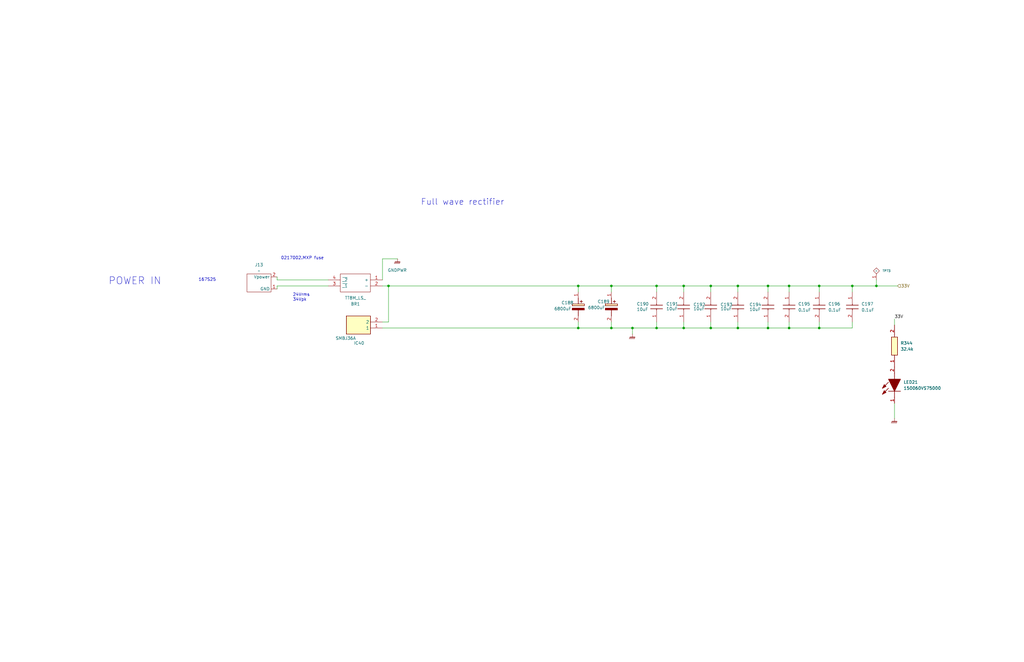
<source format=kicad_sch>
(kicad_sch (version 20231120) (generator "eeschema") (generator_version "8.0")
  (paper "B")
  (title_block (title "Audio System") (date "2025-02-06") (rev "P1") (company "Wolfe Engineering"))
  (lib_symbols
    (symbol "1 Audio Amp:150060VS75000" (pin_names hide)
      (property "Reference" "LED" (at 12.7 8.89 0))
      (property "Value" "150060VS75000" (at 12.7 6.35 0))
      (symbol "150060VS75000_1_1"
        (polyline (pts (xy 2.54 0) (xy 5.08 0)) (stroke (width 0.254)))
        (polyline (pts (xy 5.08 2.54) (xy 5.08 -2.54)) (stroke (width 0.254)))
        (polyline (pts (xy 6.35 2.54) (xy 3.81 5.08)) (stroke (width 0.254)))
        (polyline (pts (xy 8.89 2.54) (xy 6.35 5.08)) (stroke (width 0.254)))
        (polyline (pts (xy 10.16 0) (xy 12.7 0)) (stroke (width 0.254)))
        (polyline (pts (xy 5.08 0) (xy 10.16 2.54) (xy 10.16 -2.54) (xy 5.08 0)) (stroke (width 0.254)) (fill (type outline)))
        (polyline (pts (xy 5.334 4.318) (xy 4.572 3.556) (xy 3.81 5.08) (xy 5.334 4.318)) (stroke (width 0.254)) (fill (type outline)))
        (polyline (pts (xy 7.874 4.318) (xy 7.112 3.556) (xy 6.35 5.08) (xy 7.874 4.318)) (stroke (width 0.254)) (fill (type outline)))
        (pin passive line (at 0 0 0) (length 2.54) (name "K") (number "1"))
        (pin passive line (at 15.24 0 180) (length 2.54) (name "A") (number "2"))
      )
    )
    (symbol "1 Audio Amp:RC0603FR-0732K4L" (pin_names hide)
      (property "Reference" "R" (at 13.97 6.35 0))
      (property "Value" "RC0603FR-0732K4L" (at 13.97 3.81 0))
      (symbol "RC0603FR-0732K4L_1_1"
        (rectangle (start 5.08 1.27) (end 12.7 -1.27) (stroke (width 0.254)) (fill (type background)))
        (pin passive line (at 0 0 0) (length 5.08) (name "1") (number "1"))
        (pin passive line (at 17.78 0 180) (length 5.08) (name "2") (number "2"))
      )
    )
    (symbol "1 Audio Amp:power_wires"
      (property "Reference" "J" (at 0 0 0))
      (symbol "power_wires_0_1"
        (rectangle (start -5.08 3.81) (end 5.08 -3.81))
      )
      (symbol "power_wires_1_1"
        (pin input line (at -7.62 2.54 0) (length 2.54) (name "GND") (number "1"))
        (pin input line (at -7.62 -2.54 0) (length 2.54) (name "Vpower") (number "2"))
      )
    )
    (symbol "Audio System:C0603C104M5RACTU" (pin_names hide)
      (property "Reference" "C" (at 8.89 6.35 0))
      (property "Value" "C0603C104M5RACTU" (at 8.89 3.81 0))
      (symbol "C0603C104M5RACTU_1_1"
        (polyline (pts (xy 5.08 0) (xy 5.588 0)) (stroke (width 0.254)))
        (polyline (pts (xy 5.588 2.54) (xy 5.588 -2.54)) (stroke (width 0.254)))
        (polyline (pts (xy 7.112 0) (xy 7.62 0)) (stroke (width 0.254)))
        (polyline (pts (xy 7.112 2.54) (xy 7.112 -2.54)) (stroke (width 0.254)))
        (pin passive line (at 0 0 0) (length 5.08) (name "1") (number "1"))
        (pin passive line (at 12.7 0 180) (length 5.08) (name "2") (number "2"))
      )
    )
    (symbol "Audio System:CL31A106MBHNNNE" (pin_names hide)
      (property "Reference" "C" (at 8.89 6.35 0))
      (property "Value" "CL31A106MBHNNNE" (at 8.89 3.81 0))
      (symbol "CL31A106MBHNNNE_1_1"
        (polyline (pts (xy 5.08 0) (xy 5.588 0)) (stroke (width 0.254)))
        (polyline (pts (xy 5.588 2.54) (xy 5.588 -2.54)) (stroke (width 0.254)))
        (polyline (pts (xy 7.112 0) (xy 7.62 0)) (stroke (width 0.254)))
        (polyline (pts (xy 7.112 2.54) (xy 7.112 -2.54)) (stroke (width 0.254)))
        (pin passive line (at 0 0 0) (length 5.08) (name "1") (number "1"))
        (pin passive line (at 12.7 0 180) (length 5.08) (name "2") (number "2"))
      )
    )
    (symbol "Audio System:SLPX682M050C7P3" (pin_names hide)
      (property "Reference" "C" (at 8.89 6.35 0))
      (property "Value" "SLPX682M050C7P3" (at 8.89 3.81 0))
      (symbol "SLPX682M050C7P3_1_1"
        (polyline (pts (xy 2.54 0) (xy 5.08 0)) (stroke (width 0.254)))
        (polyline (pts (xy 4.064 1.778) (xy 4.064 0.762)) (stroke (width 0.254)))
        (polyline (pts (xy 4.572 1.27) (xy 3.556 1.27)) (stroke (width 0.254)))
        (polyline (pts (xy 7.62 0) (xy 10.16 0)) (stroke (width 0.254)))
        (polyline (pts (xy 7.62 2.54) (xy 7.62 -2.54) (xy 6.858 -2.54) (xy 6.858 2.54) (xy 7.62 2.54)) (stroke (width 0.254)) (fill (type outline)))
        (rectangle (start 5.08 2.54) (end 5.842 -2.54) (stroke (width 0.254)) (fill (type background)))
        (pin passive line (at 0 0 0) (length 2.54) (name "+") (number "1"))
        (pin passive line (at 12.7 0 180) (length 2.54) (name "-") (number "2"))
      )
    )
    (symbol "Audio System:SMBJ36A"
      (property "Reference" "IC" (at 16.51 7.62 0))
      (property "Value" "SMBJ36A" (at 16.51 5.08 0))
      (symbol "SMBJ36A_1_1"
        (rectangle (start 5.08 2.54) (end 15.24 -5.08) (stroke (width 0.254)) (fill (type background)))
        (pin passive line (at 0 0 0) (length 5.08) (name "1") (number "1"))
        (pin passive line (at 0 -2.54 0) (length 5.08) (name "2") (number "2"))
      )
    )
    (symbol "Audio System:TP"
      (property "Reference" "TP" (at 2.54 -1.27 0))
      (symbol "TP_0_1"
        (polyline (pts (xy 0 -1.27) (xy 1.27 0) (xy 0 1.27) (xy -1.27 0) (xy 0 -1.27)))
      )
      (symbol "TP_1_1"
        (pin input line (at 0 -3.81 90) (length 2.54) (name "") (number "1"))
      )
    )
    (symbol "GNDPWR_2" (power) (pin_names (offset 0))
      (property "Value" "GNDPWR" (at 0 -3.302 0))
      (symbol "GNDPWR_2_0_1"
        (polyline (pts (xy 0 -1.27) (xy 0 0)))
        (polyline (pts (xy -1.016 -1.27) (xy -1.27 -2.032) (xy -1.27 -2.032)) (stroke (width 0.2032)))
        (polyline (pts (xy -0.508 -1.27) (xy -0.762 -2.032) (xy -0.762 -2.032)) (stroke (width 0.2032)))
        (polyline (pts (xy 0 -1.27) (xy -0.254 -2.032) (xy -0.254 -2.032)) (stroke (width 0.2032)))
        (polyline (pts (xy 0.508 -1.27) (xy 0.254 -2.032) (xy 0.254 -2.032)) (stroke (width 0.2032)))
        (polyline (pts (xy 1.016 -1.27) (xy -1.016 -1.27) (xy -1.016 -1.27)) (stroke (width 0.2032)))
        (polyline (pts (xy 1.016 -1.27) (xy 0.762 -2.032) (xy 0.762 -2.032) (xy 0.762 -2.032)) (stroke (width 0.2032)))
      )
      (symbol "GNDPWR_2_1_1"
        (pin power_in line (at 0 0 270) (length 0) hide (name "GNDPWR") (number "1"))
      )
    )
    (symbol "GNDPWR_3" (power) (pin_names (offset 0))
      (property "Value" "GNDPWR" (at 0 -3.302 0))
      (symbol "GNDPWR_3_0_1"
        (polyline (pts (xy 0 -1.27) (xy 0 0)))
        (polyline (pts (xy -1.016 -1.27) (xy -1.27 -2.032) (xy -1.27 -2.032)) (stroke (width 0.2032)))
        (polyline (pts (xy -0.508 -1.27) (xy -0.762 -2.032) (xy -0.762 -2.032)) (stroke (width 0.2032)))
        (polyline (pts (xy 0 -1.27) (xy -0.254 -2.032) (xy -0.254 -2.032)) (stroke (width 0.2032)))
        (polyline (pts (xy 0.508 -1.27) (xy 0.254 -2.032) (xy 0.254 -2.032)) (stroke (width 0.2032)))
        (polyline (pts (xy 1.016 -1.27) (xy -1.016 -1.27) (xy -1.016 -1.27)) (stroke (width 0.2032)))
        (polyline (pts (xy 1.016 -1.27) (xy 0.762 -2.032) (xy 0.762 -2.032) (xy 0.762 -2.032)) (stroke (width 0.2032)))
      )
      (symbol "GNDPWR_3_1_1"
        (pin power_in line (at 0 0 270) (length 0) hide (name "GNDPWR") (number "1"))
      )
    )
    (symbol "SamacSys_Parts:TT8M_LS_" (pin_names (offset 0.762))
      (property "Reference" "BR" (at 19.05 7.62 0))
      (property "Value" "TT8M_LS_" (at 19.05 5.08 0))
      (symbol "TT8M_LS__0_0"
        (pin passive line (at 0 0 0) (length 5.08) (name "+") (number "1"))
        (pin passive line (at 0 -2.54 0) (length 5.08) (name "-") (number "2"))
        (pin passive line (at 22.86 -2.54 180) (length 5.08) (name "~{_1}") (number "3"))
        (pin passive line (at 22.86 0 180) (length 5.08) (name "~{_2}") (number "4"))
      )
      (symbol "TT8M_LS__0_1"
        (polyline (pts (xy 5.08 2.54) (xy 17.78 2.54) (xy 17.78 -5.08) (xy 5.08 -5.08) (xy 5.08 2.54)) (stroke (width 0.1524)))
      )
    )
  )
  (junction (at 299.72 120.65))
  (junction (at 266.7 138.43))
  (junction (at 369.57 120.65))
  (junction (at 332.74 120.65))
  (junction (at 311.15 138.43))
  (junction (at 288.29 120.65))
  (junction (at 276.86 138.43))
  (junction (at 288.29 138.43))
  (junction (at 243.84 138.43))
  (junction (at 276.86 120.65))
  (junction (at 163.83 120.65))
  (junction (at 311.15 120.65))
  (junction (at 323.85 138.43))
  (junction (at 257.81 120.65))
  (junction (at 299.72 138.43))
  (junction (at 257.81 138.43))
  (junction (at 345.44 120.65))
  (junction (at 345.44 138.43))
  (junction (at 332.74 138.43))
  (junction (at 359.41 120.65))
  (junction (at 323.85 120.65))
  (junction (at 243.84 120.65))
  (wire (pts (xy 276.86 120.65) (xy 276.86 123.19)))
  (wire (pts (xy 288.29 120.65) (xy 299.72 120.65)))
  (wire (pts (xy 323.85 138.43) (xy 332.74 138.43)))
  (wire (pts (xy 323.85 120.65) (xy 332.74 120.65)))
  (wire (pts (xy 116.84 120.65) (xy 138.43 120.65)))
  (wire (pts (xy 116.84 118.11) (xy 138.43 118.11)))
  (wire (pts (xy 323.85 135.89) (xy 323.85 138.43)))
  (wire (pts (xy 369.57 118.11) (xy 369.57 120.65)))
  (wire (pts (xy 257.81 138.43) (xy 266.7 138.43)))
  (wire (pts (xy 369.57 120.65) (xy 378.46 120.65)))
  (wire (pts (xy 257.81 120.65) (xy 276.86 120.65)))
  (wire (pts (xy 332.74 138.43) (xy 345.44 138.43)))
  (wire (pts (xy 359.41 135.89) (xy 359.41 138.43)))
  (wire (pts (xy 257.81 135.89) (xy 257.81 138.43)))
  (wire (pts (xy 288.29 135.89) (xy 288.29 138.43)))
  (wire (pts (xy 332.74 120.65) (xy 332.74 123.19)))
  (wire (pts (xy 288.29 120.65) (xy 288.29 123.19)))
  (wire (pts (xy 243.84 120.65) (xy 257.81 120.65)))
  (wire (pts (xy 161.29 120.65) (xy 163.83 120.65)))
  (wire (pts (xy 359.41 120.65) (xy 369.57 120.65)))
  (wire (pts (xy 243.84 138.43) (xy 257.81 138.43)))
  (wire (pts (xy 311.15 120.65) (xy 323.85 120.65)))
  (wire (pts (xy 299.72 120.65) (xy 311.15 120.65)))
  (wire (pts (xy 276.86 138.43) (xy 288.29 138.43)))
  (wire (pts (xy 116.84 120.65) (xy 116.84 121.92)))
  (wire (pts (xy 345.44 138.43) (xy 359.41 138.43)))
  (wire (pts (xy 311.15 135.89) (xy 311.15 138.43)))
  (wire (pts (xy 276.86 120.65) (xy 288.29 120.65)))
  (wire (pts (xy 377.19 134.62) (xy 377.19 137.16)))
  (wire (pts (xy 345.44 120.65) (xy 345.44 123.19)))
  (wire (pts (xy 377.19 170.18) (xy 377.19 176.53)))
  (wire (pts (xy 299.72 135.89) (xy 299.72 138.43)))
  (wire (pts (xy 266.7 138.43) (xy 266.7 140.97)))
  (wire (pts (xy 299.72 138.43) (xy 311.15 138.43)))
  (wire (pts (xy 266.7 138.43) (xy 276.86 138.43)))
  (wire (pts (xy 359.41 120.65) (xy 359.41 123.19)))
  (wire (pts (xy 345.44 120.65) (xy 359.41 120.65)))
  (wire (pts (xy 311.15 138.43) (xy 323.85 138.43)))
  (wire (pts (xy 243.84 123.19) (xy 243.84 120.65)))
  (wire (pts (xy 299.72 120.65) (xy 299.72 123.19)))
  (wire (pts (xy 243.84 135.89) (xy 243.84 138.43)))
  (wire (pts (xy 332.74 120.65) (xy 345.44 120.65)))
  (wire (pts (xy 332.74 135.89) (xy 332.74 138.43)))
  (wire (pts (xy 161.29 138.43) (xy 243.84 138.43)))
  (wire (pts (xy 116.84 118.11) (xy 116.84 116.84)))
  (wire (pts (xy 345.44 135.89) (xy 345.44 138.43)))
  (wire (pts (xy 161.29 135.89) (xy 163.83 135.89)))
  (wire (pts (xy 323.85 123.19) (xy 323.85 120.65)))
  (wire (pts (xy 161.29 109.22) (xy 167.64 109.22)))
  (wire (pts (xy 161.29 109.22) (xy 161.29 118.11)))
  (wire (pts (xy 311.15 120.65) (xy 311.15 123.19)))
  (wire (pts (xy 163.83 120.65) (xy 243.84 120.65)))
  (wire (pts (xy 276.86 135.89) (xy 276.86 138.43)))
  (wire (pts (xy 257.81 120.65) (xy 257.81 123.19)))
  (wire (pts (xy 288.29 138.43) (xy 299.72 138.43)))
  (wire (pts (xy 163.83 120.65) (xy 163.83 135.89)))
  (text "24Vrms\n34Vpk\n" (at 123.444 127.254 0) (effects (font (size 1.27 1.27)) (justify left bottom)))
  (text "0217002.MXP fuse\n" (at 127.508 108.966 0) (effects (font (size 1.27 1.27))))
  (text "167S25" (at 87.376 118.11 0) (effects (font (size 1.27 1.27))))
  (text "POWER IN" (at 45.72 120.396 0) (effects (font (size 3 3)) (justify left bottom)))
  (text "Full wave rectifier" (at 195.072 85.344 0) (effects (font (size 2.54 2.54))))
  (label "33V" (at 377.19 134.62 0))
  (hierarchical_label "33V" (shape input) (at 378.46 120.65 0))
  (symbol (lib_name "GNDPWR_2") (lib_id "power:GNDPWR") (at 167.64 109.22 0) (unit 1)
    (property "Reference" "#PWR0238" (effects (hide yes)))
    (property "Value" "GNDPWR" (at 167.513 114.046 0))
  )
  (symbol (lib_name "GNDPWR_3") (lib_id "power:GNDPWR") (at 377.19 176.53 0) (unit 1)
    (property "Reference" "#PWR043" (effects (hide yes)))
    (property "Value" "GNDPWR" (effects (hide yes)))
  )
  (symbol (lib_id "Audio System:C0603C104M5RACTU") (at 345.44 123.19 270) (unit 1)
    (property "Reference" "C196" (at 349.25 128.27 90) (effects (justify left)))
    (property "Value" "0.1uF" (at 349.25 130.81 90) (effects (justify left)))
    (property "Footprint" "1 Audio Amp:C0603" (effects (hide yes)))
    (property "Datasheet" "https://content.kemet.com/datasheets/KEM_C1002_X7R_SMD.pdf" (effects (hide yes)))
    (property "Height" "0.87" (effects (hide yes)))
    (property "Manufacturer_Name" "KEMET" (effects (hide yes)))
    (property "Manufacturer_Part_Number" "C0603C104M5RACTU" (effects (hide yes)))
    (property "Mouser Part Number" "80-C0603C104M5R" (effects (hide yes)))
    (property "Mouser Price/Stock" "https://www.mouser.co.uk/ProductDetail/KEMET/C0603C104M5RACTU?qs=YkRtRX%252BfoqJT%252B0m410IP4A%3D%3D" (effects (hide yes)))
    (property "Arrow Part Number" "C0603C104M5RACTU" (effects (hide yes)))
    (property "Arrow Price/Stock" "https://www.arrow.com/en/products/c0603c104m5ractu/kemet-corporation?utm_currency=USD&region=nac" (effects (hide yes)))
  )
  (symbol (lib_id "Audio System:CL31A106MBHNNNE") (at 276.86 135.89 90) (unit 1)
    (property "Reference" "C190" (at 268.478 128.27 90) (effects (justify right)))
    (property "Value" "10uF" (at 268.478 130.556 90) (effects (justify right)))
    (property "Footprint" "1 Audio Amp:CAPC3216X180N" (effects (hide yes)))
    (property "Datasheet" "https://media.digikey.com/pdf/Data%20Sheets/Samsung%20PDFs/CL_Series_MLCC_ds.pdf" (effects (hide yes)))
    (property "Height" "1.8" (effects (hide yes)))
    (property "Manufacturer_Name" "SAMSUNG" (effects (hide yes)))
    (property "Manufacturer_Part_Number" "CL31A106MBHNNNE" (effects (hide yes)))
    (property "Mouser Part Number" "187-CL31A106MBHNNNE" (effects (hide yes)))
    (property "Mouser Price/Stock" "https://www.mouser.co.uk/ProductDetail/Samsung-Electro-Mechanics/CL31A106MBHNNNE?qs=vLWxofP3U2ynwxdpGjlUyw%3D%3D" (effects (hide yes)))
    (property "Arrow Part Number" "CL31A106MBHNNNE" (effects (hide yes)))
    (property "Arrow Price/Stock" "https://www.arrow.com/en/products/cl31a106mbhnnne/samsung-electro-mechanics?region=nac" (effects (hide yes)))
  )
  (symbol (lib_id "Audio System:CL31A106MBHNNNE") (at 299.72 135.89 90) (unit 1)
    (property "Reference" "C192" (at 292.354 128.524 90) (effects (justify right)))
    (property "Value" "10uF" (at 292.354 130.302 90) (effects (justify right)))
    (property "Footprint" "1 Audio Amp:CAPC3216X180N" (effects (hide yes)))
    (property "Datasheet" "https://media.digikey.com/pdf/Data%20Sheets/Samsung%20PDFs/CL_Series_MLCC_ds.pdf" (effects (hide yes)))
    (property "Height" "1.8" (effects (hide yes)))
    (property "Manufacturer_Name" "SAMSUNG" (effects (hide yes)))
    (property "Manufacturer_Part_Number" "CL31A106MBHNNNE" (effects (hide yes)))
    (property "Mouser Part Number" "187-CL31A106MBHNNNE" (effects (hide yes)))
    (property "Mouser Price/Stock" "https://www.mouser.co.uk/ProductDetail/Samsung-Electro-Mechanics/CL31A106MBHNNNE?qs=vLWxofP3U2ynwxdpGjlUyw%3D%3D" (effects (hide yes)))
    (property "Arrow Part Number" "CL31A106MBHNNNE" (effects (hide yes)))
    (property "Arrow Price/Stock" "https://www.arrow.com/en/products/cl31a106mbhnnne/samsung-electro-mechanics?region=nac" (effects (hide yes)))
  )
  (symbol (lib_id "Audio System:CL31A106MBHNNNE") (at 311.15 135.89 90) (unit 1)
    (property "Reference" "C193" (at 303.784 128.524 90) (effects (justify right)))
    (property "Value" "10uF" (at 303.784 130.302 90) (effects (justify right)))
    (property "Footprint" "1 Audio Amp:CAPC3216X180N" (effects (hide yes)))
    (property "Datasheet" "https://media.digikey.com/pdf/Data%20Sheets/Samsung%20PDFs/CL_Series_MLCC_ds.pdf" (effects (hide yes)))
    (property "Height" "1.8" (effects (hide yes)))
    (property "Manufacturer_Name" "SAMSUNG" (effects (hide yes)))
    (property "Manufacturer_Part_Number" "CL31A106MBHNNNE" (effects (hide yes)))
    (property "Mouser Part Number" "187-CL31A106MBHNNNE" (effects (hide yes)))
    (property "Mouser Price/Stock" "https://www.mouser.co.uk/ProductDetail/Samsung-Electro-Mechanics/CL31A106MBHNNNE?qs=vLWxofP3U2ynwxdpGjlUyw%3D%3D" (effects (hide yes)))
    (property "Arrow Part Number" "CL31A106MBHNNNE" (effects (hide yes)))
    (property "Arrow Price/Stock" "https://www.arrow.com/en/products/cl31a106mbhnnne/samsung-electro-mechanics?region=nac" (effects (hide yes)))
  )
  (symbol (lib_id "Audio System:SMBJ36A") (at 161.29 138.43 180) (unit 1)
    (property "Reference" "IC40" (at 151.384 144.78 0))
    (property "Value" "SMBJ36A" (at 145.796 142.748 0))
    (property "Footprint" "1 Audio Amp:SMBJ36A" (effects (hide yes)))
    (property "Datasheet" "https://datasheet.datasheetarchive.com/originals/distributors/Datasheets_SAMA/0500f9b2f473b6dccef01729b487fb9b.pdf" (effects (hide yes)))
    (property "Height" "2" (effects (hide yes)))
    (property "Manufacturer_Name" "onsemi" (effects (hide yes)))
    (property "Manufacturer_Part_Number" "SMBJ36A" (effects (hide yes)))
    (property "Mouser Part Number" "512-SMBJ36A" (effects (hide yes)))
    (property "Mouser Price/Stock" "https://www.mouser.co.uk/ProductDetail/onsemi-Fairchild/SMBJ36A?qs=HxNY1oXTrTRMgWSOCenZ%252BQ%3D%3D" (effects (hide yes)))
    (property "Arrow Part Number" "SMBJ36A" (effects (hide yes)))
    (property "Arrow Price/Stock" "https://www.arrow.com/en/products/smbj36a/on-semiconductor" (effects (hide yes)))
  )
  (symbol (lib_id "Audio System:TP") (at 369.57 114.3 0) (unit 1) (exclude_from_sim yes) (in_bom no)
    (property "Reference" "TP73" (at 372.11 114.2999 0) (effects (font (size 0.9 0.9)) (justify left)))
    (property "Value" "~" (at 369.57 114.3 0))
    (property "Footprint" "1 Audio Amp:TP" (effects (hide yes)))
  )
  (symbol (lib_id "1 Audio Amp:150060VS75000") (at 377.19 170.18 90) (unit 1)
    (property "Reference" "LED21" (at 381 161.2899 90) (effects (justify right)))
    (property "Value" "150060VS75000" (at 381 163.8299 90) (effects (justify right)))
    (property "Footprint" "LEDC1608X80N" (effects (hide yes)))
    (property "Datasheet" "https://componentsearchengine.com/Datasheets/2/150060VS75000.pdf" (effects (hide yes)))
    (property "Description" "2.4 V Green LED 1608 (0603) SMD, Wurth Elektronik WL-SMCW 150060VS75000" (effects (hide yes)))
    (property "Height" "0.8" (effects (hide yes)))
    (property "Manufacturer_Name" "Wurth Elektronik" (effects (hide yes)))
    (property "Manufacturer_Part_Number" "150060VS75000" (effects (hide yes)))
    (property "Mouser Part Number" "710-150060VS75000" (effects (hide yes)))
    (property "Mouser Price/Stock" "https://www.mouser.co.uk/ProductDetail/Wurth-Elektronik/150060VS75000?qs=LlUlMxKIyB1Q1Bi5mQ%2FKLw%3D%3D" (effects (hide yes)))
  )
  (symbol (lib_id "Audio System:SLPX682M050C7P3") (at 257.81 123.19 270) (unit 1)
    (property "Reference" "C189" (at 251.968 127.254 90) (effects (justify left)))
    (property "Value" "6800uF" (at 247.904 129.794 90) (effects (justify left)))
    (property "Footprint" "1 Audio Amp:CAPPRD1000W210D2550H4200" (effects (hide yes)))
    (property "Datasheet" "https://componentsearchengine.com/Datasheets/2/SLPX682M050C7P3.pdf" (effects (hide yes)))
    (property "Height" "42" (effects (hide yes)))
    (property "Manufacturer_Name" "Cornell Dubilier" (effects (hide yes)))
    (property "Manufacturer_Part_Number" "SLPX682M050C7P3" (effects (hide yes)))
  )
  (symbol (lib_id "Audio System:C0603C104M5RACTU") (at 359.41 123.19 270) (unit 1)
    (property "Reference" "C197" (at 363.22 128.27 90) (effects (justify left)))
    (property "Value" "0.1uF" (at 363.22 130.81 90) (effects (justify left)))
    (property "Footprint" "1 Audio Amp:C0603" (effects (hide yes)))
    (property "Datasheet" "https://content.kemet.com/datasheets/KEM_C1002_X7R_SMD.pdf" (effects (hide yes)))
    (property "Height" "0.87" (effects (hide yes)))
    (property "Manufacturer_Name" "KEMET" (effects (hide yes)))
    (property "Manufacturer_Part_Number" "C0603C104M5RACTU" (effects (hide yes)))
    (property "Mouser Part Number" "80-C0603C104M5R" (effects (hide yes)))
    (property "Mouser Price/Stock" "https://www.mouser.co.uk/ProductDetail/KEMET/C0603C104M5RACTU?qs=YkRtRX%252BfoqJT%252B0m410IP4A%3D%3D" (effects (hide yes)))
    (property "Arrow Part Number" "C0603C104M5RACTU" (effects (hide yes)))
    (property "Arrow Price/Stock" "https://www.arrow.com/en/products/c0603c104m5ractu/kemet-corporation?utm_currency=USD&region=nac" (effects (hide yes)))
  )
  (symbol (lib_id "1 Audio Amp:RC0603FR-0732K4L") (at 377.19 154.94 90) (unit 1)
    (property "Reference" "R344" (at 379.73 144.7799 90) (effects (justify right)))
    (property "Value" "32.4k" (at 379.73 147.3199 90) (effects (justify right)))
    (property "Footprint" "RESC1608X55N" (effects (hide yes)))
    (property "Datasheet" "http://www.yageo.com/documents/recent/PYu-RC0603_51_RoHS_L_v5.pdf" (effects (hide yes)))
    (property "Description" "Thick Film Resistors 32.4K OHM 1%" (effects (hide yes)))
    (property "Height" "0.55" (effects (hide yes)))
    (property "Manufacturer_Name" "KEMET" (effects (hide yes)))
    (property "Manufacturer_Part_Number" "RC0603FR-0732K4L" (effects (hide yes)))
    (property "Mouser Part Number" "603-RC0603FR-0732K4L" (effects (hide yes)))
    (property "Mouser Price/Stock" "https://www.mouser.com/Search/Refine.aspx?Keyword=603-RC0603FR-0732K4L" (effects (hide yes)))
  )
  (symbol (lib_id "Audio System:C0603C104M5RACTU") (at 332.74 123.19 270) (unit 1)
    (property "Reference" "C195" (at 336.55 128.27 90) (effects (justify left)))
    (property "Value" "0.1uF" (at 336.55 130.81 90) (effects (justify left)))
    (property "Footprint" "1 Audio Amp:C0603" (effects (hide yes)))
    (property "Datasheet" "https://content.kemet.com/datasheets/KEM_C1002_X7R_SMD.pdf" (effects (hide yes)))
    (property "Height" "0.87" (effects (hide yes)))
    (property "Manufacturer_Name" "KEMET" (effects (hide yes)))
    (property "Manufacturer_Part_Number" "C0603C104M5RACTU" (effects (hide yes)))
    (property "Mouser Part Number" "80-C0603C104M5R" (effects (hide yes)))
    (property "Mouser Price/Stock" "https://www.mouser.co.uk/ProductDetail/KEMET/C0603C104M5RACTU?qs=YkRtRX%252BfoqJT%252B0m410IP4A%3D%3D" (effects (hide yes)))
    (property "Arrow Part Number" "C0603C104M5RACTU" (effects (hide yes)))
    (property "Arrow Price/Stock" "https://www.arrow.com/en/products/c0603c104m5ractu/kemet-corporation?utm_currency=USD&region=nac" (effects (hide yes)))
  )
  (symbol (lib_id "SamacSys_Parts:TT8M_LS_") (at 161.29 118.11 0) (mirror y) (unit 1)
    (property "Reference" "BR1" (at 149.86 128.27 0))
    (property "Value" "TT8M_LS_" (at 149.86 125.73 0))
    (property "Footprint" "1 Audio Amp:SOP500P990X180-4N" (effects (hide yes)))
    (property "Datasheet" "https://www.diodes.com/assets/Datasheets/TT8M_LS.pdf" (effects (hide yes)))
    (property "Description" "Bridge Rectifier Single Phase Standard 1 kV Surface Mount TT" (effects (hide yes)))
    (property "Height" "1.8" (effects (hide yes)))
    (property "Manufacturer_Name" "Diodes Incorporated" (effects (hide yes)))
    (property "Manufacturer_Part_Number" "TT8M(LS)" (effects (hide yes)))
  )
  (symbol (lib_id "1 Audio Amp:power_wires") (at 109.22 119.38 180) (unit 1)
    (property "Reference" "J13" (at 109.22 111.76 0))
    (property "Value" "~" (at 109.22 114.3 0))
    (property "Footprint" "1 Audio Amp:power wires" (effects (hide yes)))
  )
  (symbol (lib_id "Audio System:SLPX682M050C7P3") (at 243.84 123.19 270) (unit 1)
    (property "Reference" "C188" (at 236.728 127.762 90) (effects (justify left)))
    (property "Value" "6800uF" (at 233.68 130.302 90) (effects (justify left)))
    (property "Footprint" "1 Audio Amp:CAPPRD1000W210D2550H4200" (effects (hide yes)))
    (property "Datasheet" "https://componentsearchengine.com/Datasheets/2/SLPX682M050C7P3.pdf" (effects (hide yes)))
    (property "Height" "42" (effects (hide yes)))
    (property "Manufacturer_Name" "Cornell Dubilier" (effects (hide yes)))
    (property "Manufacturer_Part_Number" "SLPX682M050C7P3" (effects (hide yes)))
  )
  (symbol (lib_name "GNDPWR_3") (lib_id "power:GNDPWR") (at 266.7 140.97 0) (unit 1)
    (property "Reference" "#PWR0239" (effects (hide yes)))
    (property "Value" "GNDPWR" (effects (hide yes)))
  )
  (symbol (lib_id "Audio System:CL31A106MBHNNNE") (at 323.85 135.89 90) (unit 1)
    (property "Reference" "C194" (at 315.976 128.524 90) (effects (justify right)))
    (property "Value" "10uF" (at 315.976 130.556 90) (effects (justify right)))
    (property "Footprint" "1 Audio Amp:CAPC3216X180N" (effects (hide yes)))
    (property "Datasheet" "https://media.digikey.com/pdf/Data%20Sheets/Samsung%20PDFs/CL_Series_MLCC_ds.pdf" (effects (hide yes)))
    (property "Height" "1.8" (effects (hide yes)))
    (property "Manufacturer_Name" "SAMSUNG" (effects (hide yes)))
    (property "Manufacturer_Part_Number" "CL31A106MBHNNNE" (effects (hide yes)))
    (property "Mouser Part Number" "187-CL31A106MBHNNNE" (effects (hide yes)))
    (property "Mouser Price/Stock" "https://www.mouser.co.uk/ProductDetail/Samsung-Electro-Mechanics/CL31A106MBHNNNE?qs=vLWxofP3U2ynwxdpGjlUyw%3D%3D" (effects (hide yes)))
    (property "Arrow Part Number" "CL31A106MBHNNNE" (effects (hide yes)))
    (property "Arrow Price/Stock" "https://www.arrow.com/en/products/cl31a106mbhnnne/samsung-electro-mechanics?region=nac" (effects (hide yes)))
  )
  (symbol (lib_id "Audio System:CL31A106MBHNNNE") (at 288.29 135.89 90) (unit 1)
    (property "Reference" "C191" (at 280.924 128.27 90) (effects (justify right)))
    (property "Value" "10uF" (at 280.924 130.302 90) (effects (justify right)))
    (property "Footprint" "1 Audio Amp:CAPC3216X180N" (effects (hide yes)))
    (property "Datasheet" "https://media.digikey.com/pdf/Data%20Sheets/Samsung%20PDFs/CL_Series_MLCC_ds.pdf" (effects (hide yes)))
    (property "Height" "1.8" (effects (hide yes)))
    (property "Manufacturer_Name" "SAMSUNG" (effects (hide yes)))
    (property "Manufacturer_Part_Number" "CL31A106MBHNNNE" (effects (hide yes)))
    (property "Mouser Part Number" "187-CL31A106MBHNNNE" (effects (hide yes)))
    (property "Mouser Price/Stock" "https://www.mouser.co.uk/ProductDetail/Samsung-Electro-Mechanics/CL31A106MBHNNNE?qs=vLWxofP3U2ynwxdpGjlUyw%3D%3D" (effects (hide yes)))
    (property "Arrow Part Number" "CL31A106MBHNNNE" (effects (hide yes)))
    (property "Arrow Price/Stock" "https://www.arrow.com/en/products/cl31a106mbhnnne/samsung-electro-mechanics?region=nac" (effects (hide yes)))
  )
)
</source>
